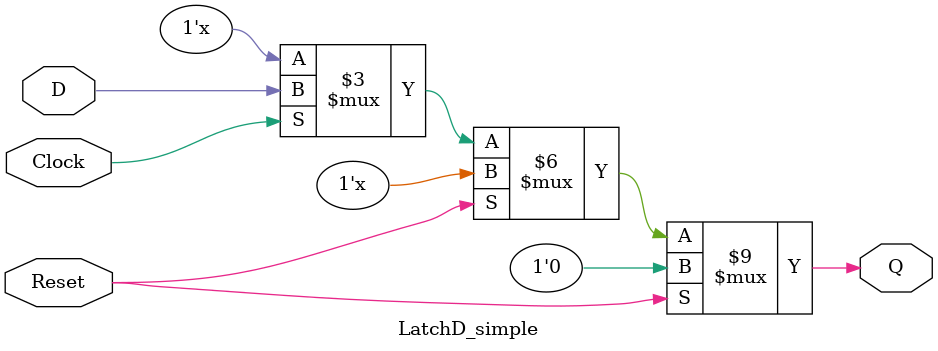
<source format=v>
`include "Globales.v"

module LatchD_simple (
	input wire				Clock,
	input wire				Reset,
	input wire				D,
	output reg		 		Q
);
always @ (Clock, Reset)
  begin
	if ( Reset )
		Q = 0;
	else if (Clock)
		Q = D; 
  end

endmodule

</source>
